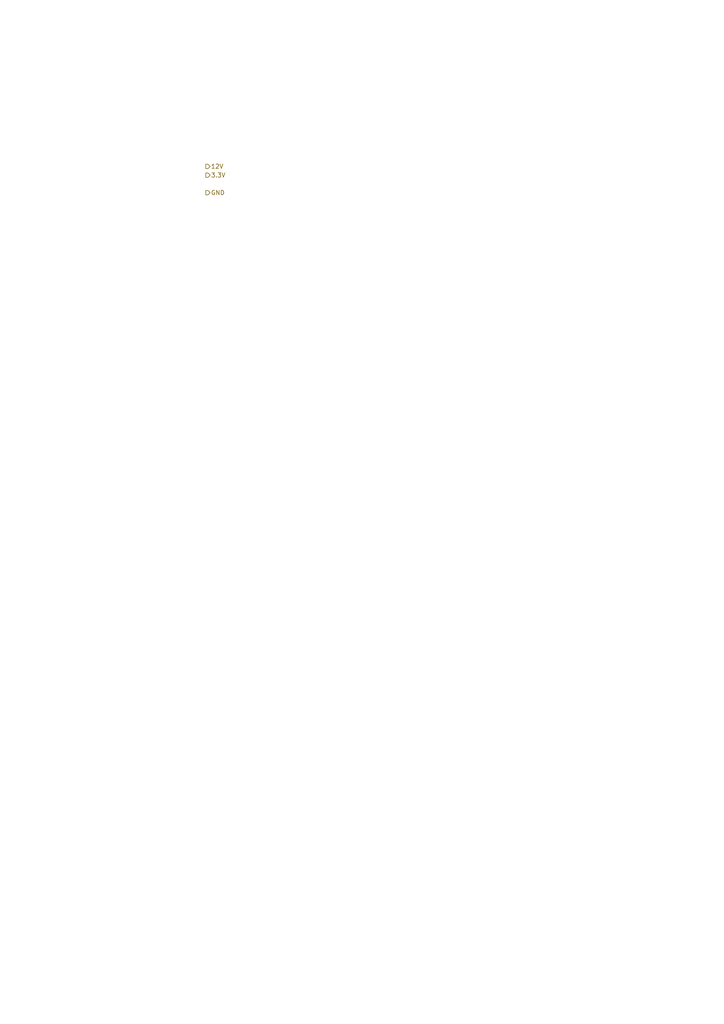
<source format=kicad_sch>
(kicad_sch (version 20210621) (generator eeschema)
  (paper "A4" portrait)
  (title_block (title "Camera Debug Facility") (date "2021-10-31") (rev "2.1.0-pre1"))
  (lib_symbols)
  (hierarchical_label "12V" (shape output) (at 59.69 48.26 0))
  (hierarchical_label "3.3V" (shape output) (at 59.69 50.8 0))
  (hierarchical_label "GND" (shape output) (at 59.69 55.88 0))
)
</source>
